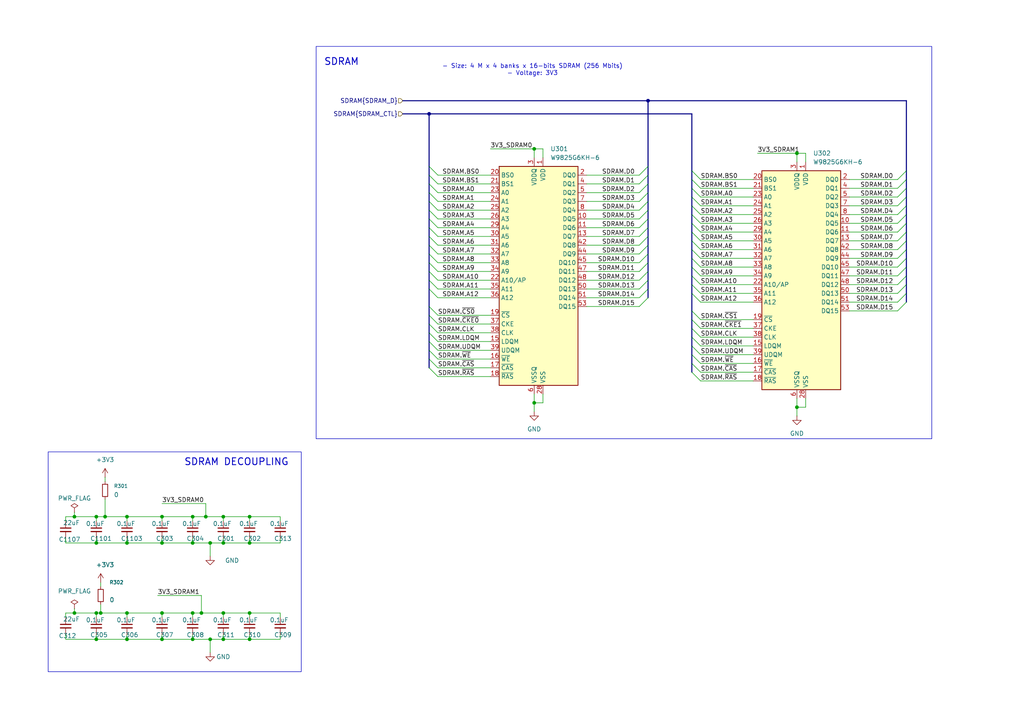
<source format=kicad_sch>
(kicad_sch (version 20250114) (generator "eeschema") (generator_version "9.0")
  (paper "A4")
  (lib_symbols
    (symbol "Device:C_Small" (pin_numbers (hide yes)) (pin_names (offset 0.254) (hide yes))
      (property "Reference" "C" (at 0.254 1.778 0))
      (property "Value" "C_Small" (at 0.254 -2.032 0))
      (symbol "C_Small_0_1"
        (polyline (pts (xy -1.524 0.508) (xy 1.524 0.508)) (stroke (width 0.3048)))
        (polyline (pts (xy -1.524 -0.508) (xy 1.524 -0.508)) (stroke (width 0.3302)))
      )
      (symbol "C_Small_1_1"
        (pin passive line (at 0 2.54 270) (length 2.032) (name "~") (number "1"))
        (pin passive line (at 0 -2.54 90) (length 2.032) (name "~") (number "2"))
      )
    )
    (symbol "Device:R_Small" (pin_numbers (hide yes)) (pin_names (offset 0.254) (hide yes))
      (property "Reference" "R" (at 0 0 90))
      (property "Value" "R_Small" (at 1.778 0 90))
      (symbol "R_Small_0_1"
        (rectangle (start -0.762 1.778) (end 0.762 -1.778) (stroke (width 0.2032)))
      )
      (symbol "R_Small_1_1"
        (pin passive line (at 0 2.54 270) (length 0.762) (name "~") (number "1"))
        (pin passive line (at 0 -2.54 90) (length 0.762) (name "~") (number "2"))
      )
    )
    (symbol "iw-memory:W9825G6KH-6"
      (property "Reference" "U" (at -10.16 31.75 0))
      (property "Value" "W9825G6KH-6" (at -10.16 -35.56 0))
      (symbol "W9825G6KH-6_1_1"
        (rectangle (start -10.16 30.48) (end 12.7 -33.02) (stroke (width 0.254)) (fill (type background)))
        (pin input line (at -12.7 27.94 0) (length 2.54) (name "BS0") (number "20"))
        (pin input line (at -12.7 25.4 0) (length 2.54) (name "BS1") (number "21"))
        (pin input line (at -12.7 22.86 0) (length 2.54) (name "A0") (number "23"))
        (pin input line (at -12.7 20.32 0) (length 2.54) (name "A1") (number "24"))
        (pin input line (at -12.7 17.78 0) (length 2.54) (name "A2") (number "25"))
        (pin input line (at -12.7 15.24 0) (length 2.54) (name "A3") (number "26"))
        (pin input line (at -12.7 12.7 0) (length 2.54) (name "A4") (number "29"))
        (pin input line (at -12.7 10.16 0) (length 2.54) (name "A5") (number "30"))
        (pin input line (at -12.7 7.62 0) (length 2.54) (name "A6") (number "31"))
        (pin input line (at -12.7 5.08 0) (length 2.54) (name "A7") (number "32"))
        (pin input line (at -12.7 2.54 0) (length 2.54) (name "A8") (number "33"))
        (pin input line (at -12.7 0 0) (length 2.54) (name "A9") (number "34"))
        (pin input line (at -12.7 -2.54 0) (length 2.54) (name "A10/AP") (number "22"))
        (pin input line (at -12.7 -5.08 0) (length 2.54) (name "A11") (number "35"))
        (pin input line (at -12.7 -7.62 0) (length 2.54) (name "A12") (number "36"))
        (pin input line (at -12.7 -12.7 0) (length 2.54) (name "~{CS}") (number "19"))
        (pin input line (at -12.7 -15.24 0) (length 2.54) (name "CKE") (number "37"))
        (pin input line (at -12.7 -17.78 0) (length 2.54) (name "CLK") (number "38"))
        (pin input line (at -12.7 -20.32 0) (length 2.54) (name "LDQM") (number "15"))
        (pin input line (at -12.7 -22.86 0) (length 2.54) (name "UDQM") (number "39"))
        (pin input line (at -12.7 -25.4 0) (length 2.54) (name "~{WE}") (number "16"))
        (pin input line (at -12.7 -27.94 0) (length 2.54) (name "~{CAS}") (number "17"))
        (pin input line (at -12.7 -30.48 0) (length 2.54) (name "~{RAS}") (number "18"))
        (pin power_in line (at 0 33.02 270) (length 2.54) (name "VDDQ") (number "3"))
        (pin passive line (at 0 33.02 270) (length 2.54) (hide yes) (name "VDDQ") (number "43"))
        (pin passive line (at 0 33.02 270) (length 2.54) (hide yes) (name "VDDQ") (number "49"))
        (pin passive line (at 0 33.02 270) (length 2.54) (hide yes) (name "VDDQ") (number "9"))
        (pin passive line (at 0 -35.56 90) (length 2.54) (hide yes) (name "VSSQ") (number "12"))
        (pin passive line (at 0 -35.56 90) (length 2.54) (hide yes) (name "VSSQ") (number "46"))
        (pin passive line (at 0 -35.56 90) (length 2.54) (hide yes) (name "VSSQ") (number "52"))
        (pin power_in line (at 0 -35.56 90) (length 2.54) (name "VSSQ") (number "6"))
        (pin power_in line (at 2.54 33.02 270) (length 2.54) (name "VDD") (number "1"))
        (pin passive line (at 2.54 33.02 270) (length 2.54) (hide yes) (name "VDD") (number "14"))
        (pin passive line (at 2.54 33.02 270) (length 2.54) (hide yes) (name "VDD") (number "27"))
        (pin power_in line (at 2.54 -35.56 90) (length 2.54) (name "VSS") (number "28"))
        (pin passive line (at 2.54 -35.56 90) (length 2.54) (hide yes) (name "VSS") (number "41"))
        (pin passive line (at 2.54 -35.56 90) (length 2.54) (hide yes) (name "VSS") (number "54"))
        (pin no_connect line (at 12.7 -17.78 180) (length 2.54) (hide yes) (name "NC") (number "40"))
        (pin bidirectional line (at 15.24 27.94 180) (length 2.54) (name "DQ0") (number "2"))
        (pin bidirectional line (at 15.24 25.4 180) (length 2.54) (name "DQ1") (number "4"))
        (pin bidirectional line (at 15.24 22.86 180) (length 2.54) (name "DQ2") (number "5"))
        (pin bidirectional line (at 15.24 20.32 180) (length 2.54) (name "DQ3") (number "7"))
        (pin bidirectional line (at 15.24 17.78 180) (length 2.54) (name "DQ4") (number "8"))
        (pin bidirectional line (at 15.24 15.24 180) (length 2.54) (name "DQ5") (number "10"))
        (pin bidirectional line (at 15.24 12.7 180) (length 2.54) (name "DQ6") (number "11"))
        (pin bidirectional line (at 15.24 10.16 180) (length 2.54) (name "DQ7") (number "13"))
        (pin bidirectional line (at 15.24 7.62 180) (length 2.54) (name "DQ8") (number "42"))
        (pin bidirectional line (at 15.24 5.08 180) (length 2.54) (name "DQ9") (number "44"))
        (pin bidirectional line (at 15.24 2.54 180) (length 2.54) (name "DQ10") (number "45"))
        (pin bidirectional line (at 15.24 0 180) (length 2.54) (name "DQ11") (number "47"))
        (pin bidirectional line (at 15.24 -2.54 180) (length 2.54) (name "DQ12") (number "48"))
        (pin bidirectional line (at 15.24 -5.08 180) (length 2.54) (name "DQ13") (number "50"))
        (pin bidirectional line (at 15.24 -7.62 180) (length 2.54) (name "DQ14") (number "51"))
        (pin bidirectional line (at 15.24 -10.16 180) (length 2.54) (name "DQ15") (number "53"))
      )
    )
    (symbol "power:+3V3" (power) (pin_numbers (hide yes)) (pin_names (offset 0) (hide yes))
      (property "Value" "+3V3" (at 0 3.556 0))
      (symbol "+3V3_0_1"
        (polyline (pts (xy -0.762 1.27) (xy 0 2.54)))
        (polyline (pts (xy 0 2.54) (xy 0.762 1.27)))
        (polyline (pts (xy 0 0) (xy 0 2.54)))
      )
      (symbol "+3V3_1_1"
        (pin power_in line (at 0 0 90) (length 0) (name "~") (number "1"))
      )
    )
    (symbol "power:GND" (power) (pin_numbers (hide yes)) (pin_names (offset 0) (hide yes))
      (property "Value" "GND" (at 0 -3.81 0))
      (symbol "GND_0_1"
        (polyline (pts (xy 0 0) (xy 0 -1.27) (xy 1.27 -1.27) (xy 0 -2.54) (xy -1.27 -1.27) (xy 0 -1.27)))
      )
      (symbol "GND_1_1"
        (pin power_in line (at 0 0 270) (length 0) (name "~") (number "1"))
      )
    )
    (symbol "power:PWR_FLAG" (power) (pin_numbers (hide yes)) (pin_names (offset 0) (hide yes))
      (property "Value" "PWR_FLAG" (at 0 3.81 0))
      (symbol "PWR_FLAG_0_0"
        (pin power_out line (at 0 0 90) (length 0) (name "~") (number "1"))
      )
      (symbol "PWR_FLAG_0_1"
        (polyline (pts (xy 0 0) (xy 0 1.27) (xy -1.016 1.905) (xy 0 2.54) (xy 1.016 1.905) (xy 0 1.27)))
      )
    )
  )
  (bus_alias "FLASH_MSPI" (members "D[0..3]" "CSn" "CSPPIn1" "CSPPIn2" "MCLK"))
  (bus_alias "FPGA_ADC" (members "D[0..9]" "OTR" "CLK"))
  (bus_alias "JTAG" (members "TMS" "TCK" "TDI" "TDO"))
  (bus_alias "PMOD_IO" (members "IO[1..12]"))
  (bus_alias "PSSI" (members "PDCK" "D[0..15]" "DE" "RDY"))
  (bus_alias "RGMII_MDIO" (members "DATA" "CLK"))
  (bus_alias "RGMII_RX" (members "CTL" "D[0..3]" "CLK"))
  (bus_alias "RGMII_TX" (members "CTL" "D[0..3]" "CLK"))
  (bus_alias "SDRAM_CTL" (members "A[12..0]" "~{CS[0..1]}" "~{CKE[0..1]}" "CLK" "LDQM" "UDQM" "~{WE}" "~{CAS}" "~{RAS}" "BS[0..1]"))
  (bus_alias "SDRAM_D" (members "D[15..0]"))
  (bus_alias "SIGCON" (members "IO[0..12]"))
  (rectangle (start 13.97 131.064) (end 87.376 194.818))
  (rectangle (start 91.694 13.462) (end 270.256 127.254))
  (text "SDRAM DECOUPLING" (at 68.58 134.112 0) (effects (font (size 2 2) (thickness 0.254) (bold yes))))
  (text "SDRAM" (at 99.06 18.034 0) (effects (font (size 2 2) (thickness 0.254) (bold yes))))
  (text "- Size: 4 M x 4 banks x 16-bits SDRAM (256 Mbits)\n- Voltage: 3V3" (at 154.432 20.32 0) (effects (font (size 1.27 1.27))))
  (junction (at 58.42 177.8))
  (junction (at 187.96 29.21))
  (junction (at 59.69 149.86))
  (junction (at 46.99 177.8))
  (junction (at 60.96 157.48))
  (junction (at 27.94 177.8))
  (junction (at 64.77 157.48))
  (junction (at 231.14 44.45))
  (junction (at 27.94 185.42))
  (junction (at 55.88 177.8))
  (junction (at 36.83 177.8))
  (junction (at 64.77 177.8))
  (junction (at 72.39 149.86))
  (junction (at 21.59 149.86))
  (junction (at 55.88 157.48))
  (junction (at 27.94 157.48))
  (junction (at 29.21 177.8))
  (junction (at 64.77 185.42))
  (junction (at 55.88 185.42))
  (junction (at 36.83 157.48))
  (junction (at 64.77 149.86))
  (junction (at 30.48 149.86))
  (junction (at 36.83 185.42))
  (junction (at 231.14 118.11))
  (junction (at 154.94 116.84))
  (junction (at 124.46 33.02))
  (junction (at 46.99 149.86))
  (junction (at 36.83 149.86))
  (junction (at 46.99 157.48))
  (junction (at 27.94 149.86))
  (junction (at 55.88 149.86))
  (junction (at 72.39 185.42))
  (junction (at 72.39 177.8))
  (junction (at 72.39 157.48))
  (junction (at 60.96 185.42))
  (junction (at 46.99 185.42))
  (junction (at 154.94 43.18))
  (junction (at 21.59 177.8))
  (bus_entry (at 187.96 53.34) (size -2.54 2.54))
  (bus_entry (at 200.66 49.53) (size 2.54 2.54))
  (bus_entry (at 124.46 106.68) (size 2.54 2.54))
  (bus_entry (at 187.96 48.26) (size -2.54 2.54))
  (bus_entry (at 124.46 83.82) (size 2.54 2.54))
  (bus_entry (at 124.46 66.04) (size 2.54 2.54))
  (bus_entry (at 262.89 77.47) (size -2.54 2.54))
  (bus_entry (at 187.96 86.36) (size -2.54 2.54))
  (bus_entry (at 262.89 67.31) (size -2.54 2.54))
  (bus_entry (at 262.89 72.39) (size -2.54 2.54))
  (bus_entry (at 200.66 97.79) (size 2.54 2.54))
  (bus_entry (at 262.89 85.09) (size -2.54 2.54))
  (bus_entry (at 187.96 81.28) (size -2.54 2.54))
  (bus_entry (at 124.46 76.2) (size 2.54 2.54))
  (bus_entry (at 124.46 93.98) (size 2.54 2.54))
  (bus_entry (at 124.46 78.74) (size 2.54 2.54))
  (bus_entry (at 200.66 62.23) (size 2.54 2.54))
  (bus_entry (at 187.96 78.74) (size -2.54 2.54))
  (bus_entry (at 200.66 102.87) (size 2.54 2.54))
  (bus_entry (at 262.89 52.07) (size -2.54 2.54))
  (bus_entry (at 124.46 48.26) (size 2.54 2.54))
  (bus_entry (at 124.46 63.5) (size 2.54 2.54))
  (bus_entry (at 124.46 53.34) (size 2.54 2.54))
  (bus_entry (at 187.96 73.66) (size -2.54 2.54))
  (bus_entry (at 262.89 49.53) (size -2.54 2.54))
  (bus_entry (at 200.66 52.07) (size 2.54 2.54))
  (bus_entry (at 124.46 71.12) (size 2.54 2.54))
  (bus_entry (at 124.46 88.9) (size 2.54 2.54))
  (bus_entry (at 200.66 54.61) (size 2.54 2.54))
  (bus_entry (at 187.96 71.12) (size -2.54 2.54))
  (bus_entry (at 262.89 87.63) (size -2.54 2.54))
  (bus_entry (at 262.89 54.61) (size -2.54 2.54))
  (bus_entry (at 200.66 85.09) (size 2.54 2.54))
  (bus_entry (at 200.66 90.17) (size 2.54 2.54))
  (bus_entry (at 200.66 82.55) (size 2.54 2.54))
  (bus_entry (at 200.66 59.69) (size 2.54 2.54))
  (bus_entry (at 262.89 69.85) (size -2.54 2.54))
  (bus_entry (at 200.66 64.77) (size 2.54 2.54))
  (bus_entry (at 262.89 62.23) (size -2.54 2.54))
  (bus_entry (at 187.96 68.58) (size -2.54 2.54))
  (bus_entry (at 200.66 80.01) (size 2.54 2.54))
  (bus_entry (at 200.66 69.85) (size 2.54 2.54))
  (bus_entry (at 262.89 57.15) (size -2.54 2.54))
  (bus_entry (at 262.89 82.55) (size -2.54 2.54))
  (bus_entry (at 187.96 58.42) (size -2.54 2.54))
  (bus_entry (at 262.89 59.69) (size -2.54 2.54))
  (bus_entry (at 124.46 68.58) (size 2.54 2.54))
  (bus_entry (at 187.96 83.82) (size -2.54 2.54))
  (bus_entry (at 200.66 72.39) (size 2.54 2.54))
  (bus_entry (at 124.46 60.96) (size 2.54 2.54))
  (bus_entry (at 200.66 100.33) (size 2.54 2.54))
  (bus_entry (at 262.89 74.93) (size -2.54 2.54))
  (bus_entry (at 187.96 63.5) (size -2.54 2.54))
  (bus_entry (at 124.46 99.06) (size 2.54 2.54))
  (bus_entry (at 124.46 55.88) (size 2.54 2.54))
  (bus_entry (at 200.66 77.47) (size 2.54 2.54))
  (bus_entry (at 124.46 104.14) (size 2.54 2.54))
  (bus_entry (at 262.89 64.77) (size -2.54 2.54))
  (bus_entry (at 200.66 105.41) (size 2.54 2.54))
  (bus_entry (at 187.96 60.96) (size -2.54 2.54))
  (bus_entry (at 124.46 81.28) (size 2.54 2.54))
  (bus_entry (at 187.96 55.88) (size -2.54 2.54))
  (bus_entry (at 200.66 92.71) (size 2.54 2.54))
  (bus_entry (at 200.66 57.15) (size 2.54 2.54))
  (bus_entry (at 124.46 50.8) (size 2.54 2.54))
  (bus_entry (at 124.46 73.66) (size 2.54 2.54))
  (bus_entry (at 124.46 101.6) (size 2.54 2.54))
  (bus_entry (at 200.66 107.95) (size 2.54 2.54))
  (bus_entry (at 200.66 95.25) (size 2.54 2.54))
  (bus_entry (at 187.96 50.8) (size -2.54 2.54))
  (bus_entry (at 200.66 74.93) (size 2.54 2.54))
  (bus_entry (at 187.96 76.2) (size -2.54 2.54))
  (bus_entry (at 187.96 66.04) (size -2.54 2.54))
  (bus_entry (at 200.66 67.31) (size 2.54 2.54))
  (bus_entry (at 124.46 96.52) (size 2.54 2.54))
  (bus_entry (at 262.89 80.01) (size -2.54 2.54))
  (bus_entry (at 124.46 91.44) (size 2.54 2.54))
  (bus_entry (at 124.46 58.42) (size 2.54 2.54))
  (wire (pts (xy 55.88 185.42) (xy 60.96 185.42)))
  (wire (pts (xy 203.2 107.95) (xy 218.44 107.95)))
  (wire (pts (xy 27.94 149.86) (xy 30.48 149.86)))
  (wire (pts (xy 203.2 62.23) (xy 218.44 62.23)))
  (wire (pts (xy 127 91.44) (xy 142.24 91.44)))
  (bus (pts (xy 262.89 77.47) (xy 262.89 80.01)))
  (bus (pts (xy 187.96 60.96) (xy 187.96 63.5)))
  (wire (pts (xy 81.28 179.07) (xy 81.28 177.8)))
  (wire (pts (xy 154.94 116.84) (xy 154.94 114.3)))
  (bus (pts (xy 124.46 99.06) (xy 124.46 101.6)))
  (wire (pts (xy 203.2 77.47) (xy 218.44 77.47)))
  (wire (pts (xy 19.05 177.8) (xy 19.05 179.07)))
  (bus (pts (xy 116.84 33.02) (xy 124.46 33.02)))
  (wire (pts (xy 127 73.66) (xy 142.24 73.66)))
  (wire (pts (xy 246.38 85.09) (xy 260.35 85.09)))
  (wire (pts (xy 64.77 177.8) (xy 72.39 177.8)))
  (wire (pts (xy 58.42 172.72) (xy 45.72 172.72)))
  (wire (pts (xy 233.68 115.57) (xy 233.68 118.11)))
  (bus (pts (xy 124.46 83.82) (xy 124.46 88.9)))
  (wire (pts (xy 203.2 97.79) (xy 218.44 97.79)))
  (wire (pts (xy 127 81.28) (xy 142.24 81.28)))
  (wire (pts (xy 203.2 82.55) (xy 218.44 82.55)))
  (bus (pts (xy 187.96 71.12) (xy 187.96 73.66)))
  (wire (pts (xy 170.18 63.5) (xy 185.42 63.5)))
  (wire (pts (xy 27.94 156.21) (xy 27.94 157.48)))
  (bus (pts (xy 200.66 59.69) (xy 200.66 62.23)))
  (bus (pts (xy 124.46 71.12) (xy 124.46 73.66)))
  (wire (pts (xy 59.69 149.86) (xy 64.77 149.86)))
  (wire (pts (xy 19.05 149.86) (xy 19.05 151.13)))
  (bus (pts (xy 200.66 92.71) (xy 200.66 95.25)))
  (bus (pts (xy 200.66 82.55) (xy 200.66 85.09)))
  (wire (pts (xy 203.2 100.33) (xy 218.44 100.33)))
  (wire (pts (xy 127 55.88) (xy 142.24 55.88)))
  (wire (pts (xy 170.18 88.9) (xy 185.42 88.9)))
  (wire (pts (xy 127 96.52) (xy 142.24 96.52)))
  (wire (pts (xy 246.38 82.55) (xy 260.35 82.55)))
  (bus (pts (xy 187.96 48.26) (xy 187.96 50.8)))
  (bus (pts (xy 200.66 62.23) (xy 200.66 64.77)))
  (wire (pts (xy 203.2 57.15) (xy 218.44 57.15)))
  (wire (pts (xy 36.83 185.42) (xy 27.94 185.42)))
  (wire (pts (xy 27.94 177.8) (xy 27.94 179.07)))
  (wire (pts (xy 246.38 57.15) (xy 260.35 57.15)))
  (wire (pts (xy 64.77 149.86) (xy 72.39 149.86)))
  (wire (pts (xy 154.94 43.18) (xy 157.48 43.18)))
  (bus (pts (xy 262.89 52.07) (xy 262.89 54.61)))
  (wire (pts (xy 127 93.98) (xy 142.24 93.98)))
  (wire (pts (xy 60.96 185.42) (xy 64.77 185.42)))
  (wire (pts (xy 72.39 179.07) (xy 72.39 177.8)))
  (wire (pts (xy 36.83 177.8) (xy 36.83 179.07)))
  (wire (pts (xy 170.18 50.8) (xy 185.42 50.8)))
  (bus (pts (xy 124.46 96.52) (xy 124.46 99.06)))
  (bus (pts (xy 124.46 88.9) (xy 124.46 91.44)))
  (wire (pts (xy 36.83 157.48) (xy 46.99 157.48)))
  (bus (pts (xy 262.89 64.77) (xy 262.89 67.31)))
  (wire (pts (xy 19.05 177.8) (xy 21.59 177.8)))
  (wire (pts (xy 21.59 176.53) (xy 21.59 177.8)))
  (bus (pts (xy 187.96 50.8) (xy 187.96 53.34)))
  (wire (pts (xy 203.2 67.31) (xy 218.44 67.31)))
  (wire (pts (xy 72.39 151.13) (xy 72.39 149.86)))
  (wire (pts (xy 55.88 185.42) (xy 46.99 185.42)))
  (wire (pts (xy 46.99 184.15) (xy 46.99 185.42)))
  (bus (pts (xy 187.96 68.58) (xy 187.96 71.12)))
  (wire (pts (xy 203.2 85.09) (xy 218.44 85.09)))
  (bus (pts (xy 262.89 59.69) (xy 262.89 62.23)))
  (bus (pts (xy 124.46 78.74) (xy 124.46 81.28)))
  (wire (pts (xy 203.2 105.41) (xy 218.44 105.41)))
  (wire (pts (xy 30.48 144.78) (xy 30.48 149.86)))
  (wire (pts (xy 72.39 177.8) (xy 81.28 177.8)))
  (bus (pts (xy 262.89 69.85) (xy 262.89 72.39)))
  (bus (pts (xy 187.96 76.2) (xy 187.96 78.74)))
  (wire (pts (xy 21.59 149.86) (xy 27.94 149.86)))
  (bus (pts (xy 124.46 33.02) (xy 124.46 48.26)))
  (wire (pts (xy 36.83 184.15) (xy 36.83 185.42)))
  (wire (pts (xy 127 76.2) (xy 142.24 76.2)))
  (wire (pts (xy 246.38 59.69) (xy 260.35 59.69)))
  (wire (pts (xy 72.39 185.42) (xy 81.28 185.42)))
  (wire (pts (xy 203.2 110.49) (xy 218.44 110.49)))
  (bus (pts (xy 262.89 67.31) (xy 262.89 69.85)))
  (bus (pts (xy 200.66 64.77) (xy 200.66 67.31)))
  (wire (pts (xy 64.77 157.48) (xy 72.39 157.48)))
  (wire (pts (xy 203.2 72.39) (xy 218.44 72.39)))
  (wire (pts (xy 19.05 185.42) (xy 19.05 184.15)))
  (wire (pts (xy 72.39 156.21) (xy 72.39 157.48)))
  (wire (pts (xy 55.88 157.48) (xy 46.99 157.48)))
  (bus (pts (xy 124.46 81.28) (xy 124.46 83.82)))
  (bus (pts (xy 124.46 76.2) (xy 124.46 78.74)))
  (bus (pts (xy 200.66 95.25) (xy 200.66 97.79)))
  (wire (pts (xy 170.18 58.42) (xy 185.42 58.42)))
  (wire (pts (xy 203.2 59.69) (xy 218.44 59.69)))
  (wire (pts (xy 29.21 175.26) (xy 29.21 177.8)))
  (bus (pts (xy 124.46 50.8) (xy 124.46 53.34)))
  (wire (pts (xy 246.38 90.17) (xy 260.35 90.17)))
  (wire (pts (xy 127 101.6) (xy 142.24 101.6)))
  (wire (pts (xy 30.48 138.43) (xy 30.48 139.7)))
  (wire (pts (xy 170.18 73.66) (xy 185.42 73.66)))
  (wire (pts (xy 170.18 66.04) (xy 185.42 66.04)))
  (bus (pts (xy 200.66 77.47) (xy 200.66 80.01)))
  (bus (pts (xy 187.96 53.34) (xy 187.96 55.88)))
  (wire (pts (xy 127 63.5) (xy 142.24 63.5)))
  (wire (pts (xy 246.38 74.93) (xy 260.35 74.93)))
  (bus (pts (xy 200.66 57.15) (xy 200.66 59.69)))
  (bus (pts (xy 187.96 29.21) (xy 187.96 48.26)))
  (wire (pts (xy 246.38 77.47) (xy 260.35 77.47)))
  (wire (pts (xy 246.38 67.31) (xy 260.35 67.31)))
  (bus (pts (xy 262.89 72.39) (xy 262.89 74.93)))
  (wire (pts (xy 203.2 52.07) (xy 218.44 52.07)))
  (wire (pts (xy 246.38 80.01) (xy 260.35 80.01)))
  (bus (pts (xy 262.89 49.53) (xy 262.89 52.07)))
  (wire (pts (xy 231.14 44.45) (xy 233.68 44.45)))
  (wire (pts (xy 127 109.22) (xy 142.24 109.22)))
  (wire (pts (xy 59.69 146.05) (xy 59.69 149.86)))
  (wire (pts (xy 170.18 78.74) (xy 185.42 78.74)))
  (bus (pts (xy 124.46 58.42) (xy 124.46 60.96)))
  (wire (pts (xy 27.94 149.86) (xy 27.94 151.13)))
  (wire (pts (xy 72.39 157.48) (xy 81.28 157.48)))
  (bus (pts (xy 262.89 85.09) (xy 262.89 87.63)))
  (wire (pts (xy 36.83 156.21) (xy 36.83 157.48)))
  (wire (pts (xy 246.38 72.39) (xy 260.35 72.39)))
  (wire (pts (xy 46.99 156.21) (xy 46.99 157.48)))
  (bus (pts (xy 200.66 33.02) (xy 200.66 49.53)))
  (bus (pts (xy 124.46 73.66) (xy 124.46 76.2)))
  (bus (pts (xy 187.96 83.82) (xy 187.96 86.36)))
  (bus (pts (xy 187.96 55.88) (xy 187.96 58.42)))
  (bus (pts (xy 187.96 81.28) (xy 187.96 83.82)))
  (wire (pts (xy 30.48 149.86) (xy 36.83 149.86)))
  (wire (pts (xy 157.48 114.3) (xy 157.48 116.84)))
  (wire (pts (xy 233.68 44.45) (xy 233.68 46.99)))
  (bus (pts (xy 262.89 80.01) (xy 262.89 82.55)))
  (bus (pts (xy 124.46 101.6) (xy 124.46 104.14)))
  (wire (pts (xy 72.39 149.86) (xy 81.28 149.86)))
  (wire (pts (xy 127 78.74) (xy 142.24 78.74)))
  (bus (pts (xy 200.66 67.31) (xy 200.66 69.85)))
  (wire (pts (xy 60.96 157.48) (xy 64.77 157.48)))
  (wire (pts (xy 81.28 151.13) (xy 81.28 149.86)))
  (wire (pts (xy 127 83.82) (xy 142.24 83.82)))
  (bus (pts (xy 124.46 104.14) (xy 124.46 106.68)))
  (wire (pts (xy 127 104.14) (xy 142.24 104.14)))
  (wire (pts (xy 21.59 177.8) (xy 27.94 177.8)))
  (wire (pts (xy 36.83 177.8) (xy 46.99 177.8)))
  (wire (pts (xy 21.59 148.59) (xy 21.59 149.86)))
  (bus (pts (xy 124.46 68.58) (xy 124.46 71.12)))
  (wire (pts (xy 219.71 44.45) (xy 231.14 44.45)))
  (wire (pts (xy 154.94 43.18) (xy 154.94 45.72)))
  (wire (pts (xy 64.77 185.42) (xy 64.77 184.15)))
  (wire (pts (xy 59.69 149.86) (xy 55.88 149.86)))
  (wire (pts (xy 203.2 95.25) (xy 218.44 95.25)))
  (bus (pts (xy 124.46 91.44) (xy 124.46 93.98)))
  (wire (pts (xy 46.99 177.8) (xy 55.88 177.8)))
  (wire (pts (xy 64.77 179.07) (xy 64.77 177.8)))
  (bus (pts (xy 262.89 29.21) (xy 187.96 29.21)))
  (bus (pts (xy 200.66 52.07) (xy 200.66 54.61)))
  (bus (pts (xy 200.66 102.87) (xy 200.66 105.41)))
  (wire (pts (xy 27.94 157.48) (xy 19.05 157.48)))
  (wire (pts (xy 170.18 68.58) (xy 185.42 68.58)))
  (wire (pts (xy 81.28 156.21) (xy 81.28 157.48)))
  (wire (pts (xy 27.94 185.42) (xy 19.05 185.42)))
  (wire (pts (xy 154.94 116.84) (xy 157.48 116.84)))
  (wire (pts (xy 246.38 54.61) (xy 260.35 54.61)))
  (bus (pts (xy 200.66 72.39) (xy 200.66 74.93)))
  (wire (pts (xy 246.38 64.77) (xy 260.35 64.77)))
  (wire (pts (xy 170.18 60.96) (xy 185.42 60.96)))
  (bus (pts (xy 200.66 49.53) (xy 200.66 52.07)))
  (bus (pts (xy 262.89 62.23) (xy 262.89 64.77)))
  (wire (pts (xy 231.14 44.45) (xy 231.14 46.99)))
  (wire (pts (xy 81.28 184.15) (xy 81.28 185.42)))
  (wire (pts (xy 64.77 185.42) (xy 72.39 185.42)))
  (bus (pts (xy 200.66 100.33) (xy 200.66 102.87)))
  (bus (pts (xy 200.66 74.93) (xy 200.66 77.47)))
  (wire (pts (xy 203.2 64.77) (xy 218.44 64.77)))
  (wire (pts (xy 127 53.34) (xy 142.24 53.34)))
  (wire (pts (xy 59.69 146.05) (xy 46.99 146.05)))
  (wire (pts (xy 127 99.06) (xy 142.24 99.06)))
  (bus (pts (xy 262.89 29.21) (xy 262.89 49.53)))
  (bus (pts (xy 124.46 63.5) (xy 124.46 66.04)))
  (bus (pts (xy 187.96 78.74) (xy 187.96 81.28)))
  (wire (pts (xy 60.96 189.23) (xy 60.96 185.42)))
  (wire (pts (xy 19.05 149.86) (xy 21.59 149.86)))
  (wire (pts (xy 36.83 185.42) (xy 46.99 185.42)))
  (bus (pts (xy 124.46 33.02) (xy 200.66 33.02)))
  (bus (pts (xy 187.96 66.04) (xy 187.96 68.58)))
  (wire (pts (xy 246.38 62.23) (xy 260.35 62.23)))
  (bus (pts (xy 124.46 53.34) (xy 124.46 55.88)))
  (wire (pts (xy 58.42 172.72) (xy 58.42 177.8)))
  (wire (pts (xy 157.48 43.18) (xy 157.48 45.72)))
  (wire (pts (xy 142.24 43.18) (xy 154.94 43.18)))
  (wire (pts (xy 46.99 177.8) (xy 46.99 179.07)))
  (bus (pts (xy 200.66 97.79) (xy 200.66 100.33)))
  (wire (pts (xy 246.38 87.63) (xy 260.35 87.63)))
  (bus (pts (xy 124.46 60.96) (xy 124.46 63.5)))
  (wire (pts (xy 127 58.42) (xy 142.24 58.42)))
  (wire (pts (xy 55.88 179.07) (xy 55.88 177.8)))
  (wire (pts (xy 46.99 149.86) (xy 46.99 151.13)))
  (wire (pts (xy 64.77 151.13) (xy 64.77 149.86)))
  (wire (pts (xy 58.42 177.8) (xy 64.77 177.8)))
  (bus (pts (xy 262.89 57.15) (xy 262.89 59.69)))
  (wire (pts (xy 203.2 74.93) (xy 218.44 74.93)))
  (wire (pts (xy 55.88 157.48) (xy 60.96 157.48)))
  (bus (pts (xy 262.89 74.93) (xy 262.89 77.47)))
  (wire (pts (xy 127 68.58) (xy 142.24 68.58)))
  (wire (pts (xy 29.21 177.8) (xy 36.83 177.8)))
  (bus (pts (xy 200.66 90.17) (xy 200.66 92.71)))
  (wire (pts (xy 19.05 157.48) (xy 19.05 156.21)))
  (bus (pts (xy 124.46 48.26) (xy 124.46 50.8)))
  (wire (pts (xy 231.14 115.57) (xy 231.14 118.11)))
  (wire (pts (xy 127 106.68) (xy 142.24 106.68)))
  (wire (pts (xy 231.14 120.65) (xy 231.14 118.11)))
  (wire (pts (xy 170.18 83.82) (xy 185.42 83.82)))
  (wire (pts (xy 127 66.04) (xy 142.24 66.04)))
  (bus (pts (xy 116.84 29.21) (xy 187.96 29.21)))
  (wire (pts (xy 203.2 87.63) (xy 218.44 87.63)))
  (wire (pts (xy 29.21 168.91) (xy 29.21 170.18)))
  (wire (pts (xy 170.18 86.36) (xy 185.42 86.36)))
  (wire (pts (xy 246.38 69.85) (xy 260.35 69.85)))
  (wire (pts (xy 170.18 55.88) (xy 185.42 55.88)))
  (bus (pts (xy 200.66 80.01) (xy 200.66 82.55)))
  (bus (pts (xy 200.66 85.09) (xy 200.66 90.17)))
  (wire (pts (xy 231.14 118.11) (xy 233.68 118.11)))
  (wire (pts (xy 127 86.36) (xy 142.24 86.36)))
  (wire (pts (xy 127 50.8) (xy 142.24 50.8)))
  (wire (pts (xy 55.88 151.13) (xy 55.88 149.86)))
  (wire (pts (xy 64.77 157.48) (xy 64.77 156.21)))
  (wire (pts (xy 127 71.12) (xy 142.24 71.12)))
  (bus (pts (xy 262.89 82.55) (xy 262.89 85.09)))
  (wire (pts (xy 72.39 184.15) (xy 72.39 185.42)))
  (wire (pts (xy 58.42 177.8) (xy 55.88 177.8)))
  (bus (pts (xy 124.46 93.98) (xy 124.46 96.52)))
  (wire (pts (xy 246.38 52.07) (xy 260.35 52.07)))
  (wire (pts (xy 36.83 149.86) (xy 36.83 151.13)))
  (wire (pts (xy 203.2 80.01) (xy 218.44 80.01)))
  (wire (pts (xy 36.83 149.86) (xy 46.99 149.86)))
  (wire (pts (xy 170.18 71.12) (xy 185.42 71.12)))
  (wire (pts (xy 27.94 184.15) (xy 27.94 185.42)))
  (wire (pts (xy 46.99 149.86) (xy 55.88 149.86)))
  (wire (pts (xy 154.94 119.38) (xy 154.94 116.84)))
  (bus (pts (xy 187.96 58.42) (xy 187.96 60.96)))
  (bus (pts (xy 200.66 69.85) (xy 200.66 72.39)))
  (wire (pts (xy 203.2 54.61) (xy 218.44 54.61)))
  (bus (pts (xy 200.66 105.41) (xy 200.66 107.95)))
  (wire (pts (xy 203.2 102.87) (xy 218.44 102.87)))
  (wire (pts (xy 203.2 69.85) (xy 218.44 69.85)))
  (bus (pts (xy 187.96 63.5) (xy 187.96 66.04)))
  (bus (pts (xy 262.89 54.61) (xy 262.89 57.15)))
  (bus (pts (xy 187.96 73.66) (xy 187.96 76.2)))
  (bus (pts (xy 124.46 55.88) (xy 124.46 58.42)))
  (bus (pts (xy 200.66 54.61) (xy 200.66 57.15)))
  (wire (pts (xy 170.18 81.28) (xy 185.42 81.28)))
  (wire (pts (xy 55.88 184.15) (xy 55.88 185.42)))
  (wire (pts (xy 170.18 53.34) (xy 185.42 53.34)))
  (wire (pts (xy 60.96 161.29) (xy 60.96 157.48)))
  (wire (pts (xy 170.18 76.2) (xy 185.42 76.2)))
  (wire (pts (xy 27.94 177.8) (xy 29.21 177.8)))
  (wire (pts (xy 55.88 156.21) (xy 55.88 157.48)))
  (wire (pts (xy 127 60.96) (xy 142.24 60.96)))
  (wire (pts (xy 203.2 92.71) (xy 218.44 92.71)))
  (wire (pts (xy 36.83 157.48) (xy 27.94 157.48)))
  (bus (pts (xy 124.46 66.04) (xy 124.46 68.58)))
  (label "SDRAM.UDQM" (at 127 101.6 0))
  (label "SDRAM.D11" (at 184.15 78.74 180))
  (label "SDRAM.D3" (at 184.15 58.42 180))
  (label "SDRAM.A8" (at 128.27 76.2 0))
  (label "SDRAM.D3" (at 259.08 59.69 180))
  (label "SDRAM.BS0" (at 128.27 50.8 0))
  (label "SDRAM.~{CAS}" (at 203.2 107.95 0))
  (label "SDRAM.UDQM" (at 203.2 102.87 0))
  (label "SDRAM.D2" (at 259.08 57.15 180))
  (label "SDRAM.A9" (at 128.27 78.74 0))
  (label "SDRAM.D9" (at 184.15 73.66 180))
  (label "SDRAM.D9" (at 259.08 74.93 180))
  (label "SDRAM.A11" (at 203.2 85.09 0))
  (label "SDRAM.~{WE}" (at 127 104.14 0))
  (label "SDRAM.A6" (at 203.2 72.39 0))
  (label "SDRAM.D14" (at 259.08 87.63 180))
  (label "SDRAM.A9" (at 203.2 80.01 0))
  (label "SDRAM.A4" (at 203.2 67.31 0))
  (label "SDRAM.D4" (at 259.08 62.23 180))
  (label "SDRAM.~{CAS}" (at 127 106.68 0))
  (label "SDRAM.A5" (at 203.2 69.85 0))
  (label "SDRAM.A5" (at 128.27 68.58 0))
  (label "SDRAM.A3" (at 128.27 63.5 0))
  (label "SDRAM.D10" (at 259.08 77.47 180))
  (label "SDRAM.A7" (at 203.2 74.93 0))
  (label "SDRAM.CLK" (at 203.2 97.79 0))
  (label "SDRAM.D13" (at 259.08 85.09 180))
  (label "SDRAM.A0" (at 203.2 57.15 0))
  (label "SDRAM.D0" (at 259.08 52.07 180))
  (label "SDRAM.D4" (at 184.15 60.96 180))
  (label "SDRAM.A3" (at 203.2 64.77 0))
  (label "3V3_SDRAM0" (at 46.99 146.05 0))
  (label "SDRAM.A10" (at 128.27 81.28 0))
  (label "SDRAM.D8" (at 184.15 71.12 180))
  (label "SDRAM.LDQM" (at 127 99.06 0))
  (label "SDRAM.D8" (at 259.08 72.39 180))
  (label "3V3_SDRAM0" (at 142.24 43.18 0))
  (label "SDRAM.~{RAS}" (at 127 109.22 0))
  (label "SDRAM.A4" (at 128.27 66.04 0))
  (label "SDRAM.~{CKE0}" (at 127 93.98 0))
  (label "SDRAM.D6" (at 259.08 67.31 180))
  (label "SDRAM.D1" (at 259.08 54.61 180))
  (label "SDRAM.~{CS1}" (at 203.2 92.71 0))
  (label "SDRAM.D15" (at 184.15 88.9 180))
  (label "SDRAM.A2" (at 128.27 60.96 0))
  (label "SDRAM.D6" (at 184.15 66.04 180))
  (label "SDRAM.~{WE}" (at 203.2 105.41 0))
  (label "SDRAM.D1" (at 184.15 53.34 180))
  (label "SDRAM.D12" (at 184.15 81.28 180))
  (label "SDRAM.A6" (at 128.27 71.12 0))
  (label "SDRAM.LDQM" (at 203.2 100.33 0))
  (label "SDRAM.D5" (at 259.08 64.77 180))
  (label "SDRAM.A12" (at 203.2 87.63 0))
  (label "SDRAM.~{RAS}" (at 203.2 110.49 0))
  (label "SDRAM.A0" (at 128.27 55.88 0))
  (label "SDRAM.A8" (at 203.2 77.47 0))
  (label "SDRAM.A7" (at 128.27 73.66 0))
  (label "SDRAM.A1" (at 128.27 58.42 0))
  (label "SDRAM.~{CKE1}" (at 203.2 95.25 0))
  (label "SDRAM.~{CS0}" (at 127 91.44 0))
  (label "SDRAM.BS1" (at 128.27 53.34 0))
  (label "SDRAM.D5" (at 184.15 63.5 180))
  (label "SDRAM.D0" (at 184.15 50.8 180))
  (label "3V3_SDRAM1" (at 45.72 172.72 0))
  (label "SDRAM.D7" (at 259.08 69.85 180))
  (label "SDRAM.A12" (at 128.27 86.36 0))
  (label "SDRAM.BS0" (at 203.2 52.07 0))
  (label "SDRAM.D11" (at 259.08 80.01 180))
  (label "SDRAM.D13" (at 184.15 83.82 180))
  (label "SDRAM.D7" (at 184.15 68.58 180))
  (label "SDRAM.D10" (at 184.15 76.2 180))
  (label "SDRAM.A2" (at 203.2 62.23 0))
  (label "SDRAM.BS1" (at 203.2 54.61 0))
  (label "SDRAM.A10" (at 203.2 82.55 0))
  (label "SDRAM.A11" (at 128.27 83.82 0))
  (label "SDRAM.D12" (at 259.08 82.55 180))
  (label "SDRAM.CLK" (at 127 96.52 0))
  (label "3V3_SDRAM1" (at 219.71 44.45 0))
  (label "SDRAM.D2" (at 184.15 55.88 180))
  (label "SDRAM.D15" (at 259.08 90.17 180))
  (label "SDRAM.A1" (at 203.2 59.69 0))
  (label "SDRAM.D14" (at 184.15 86.36 180))
  (hierarchical_label "SDRAM{SDRAM_D}" (shape input) (at 116.84 29.21 180))
  (hierarchical_label "SDRAM{SDRAM_CTL}" (shape input) (at 116.84 33.02 180))
  (symbol (lib_id "Device:R_Small") (at 29.21 172.72 180) (unit 1)
    (property "Reference" "R302" (at 31.75 168.9099 0) (effects (font (size 1.016 1.016)) (justify right)))
    (property "Value" "0" (at 31.75 173.9899 0) (effects (justify right)))
    (property "Footprint" "Resistor_SMD:R_0805_2012Metric_Pad1.20x1.40mm_HandSolder" (effects (hide yes)))
    (property "Datasheet" "https://jlcpcb.com/api/file/downloadByFileSystemAccessId/8579706711113842688" (effects (hide yes)))
    (property "Description" "125mW" (effects (hide yes)))
    (property "LCSC Part Number" "C17477" (effects (hide yes)))
    (property "Manufacturing Part Number" "0805W8F0000T5E" (effects (hide yes)))
  )
  (symbol (lib_id "Device:C_Small") (at 46.99 181.61 0) (unit 1)
    (property "Reference" "C307" (at 45.212 184.15 0) (effects (justify left)))
    (property "Value" "0.1uF" (at 43.942 179.832 0) (effects (justify left)))
    (property "Footprint" "Capacitor_SMD:C_0201_0603Metric" (effects (hide yes)))
    (property "Datasheet" "https://jlcpcb.com/api/file/downloadByFileSystemAccessId/8603345729432014848" (effects (hide yes)))
    (property "Description" "X7R, +-10%" (effects (hide yes)))
    (property "LCSC Part Number" "C22435929" (effects (hide yes)))
    (property "Manufacturing Part Number" "CGA0201X7R104K160ET " (effects (hide yes)))
  )
  (symbol (lib_id "Device:C_Small") (at 64.77 181.61 0) (unit 1)
    (property "Reference" "C311" (at 62.992 184.15 0) (effects (justify left)))
    (property "Value" "0.1uF" (at 61.722 179.832 0) (effects (justify left)))
    (property "Footprint" "Capacitor_SMD:C_0201_0603Metric" (effects (hide yes)))
    (property "Datasheet" "https://jlcpcb.com/api/file/downloadByFileSystemAccessId/8603345729432014848" (effects (hide yes)))
    (property "Description" "X7R, +-10%" (effects (hide yes)))
    (property "LCSC Part Number" "C22435929" (effects (hide yes)))
    (property "Manufacturing Part Number" "CGA0201X7R104K160ET " (effects (hide yes)))
  )
  (symbol (lib_id "power:GND") (at 154.94 119.38 0) (unit 1)
    (property "Reference" "#PWR0301" (effects (hide yes)))
    (property "Value" "GND" (at 154.94 124.46 0))
    (property "Description" "Power symbol creates a global label with name \"GND\" , ground" (effects (hide yes)))
  )
  (symbol (lib_id "Device:C_Small") (at 64.77 153.67 0) (unit 1)
    (property "Reference" "C301" (at 62.992 156.21 0) (effects (justify left)))
    (property "Value" "0.1uF" (at 61.722 151.892 0) (effects (justify left)))
    (property "Footprint" "Capacitor_SMD:C_0201_0603Metric" (effects (hide yes)))
    (property "Datasheet" "https://jlcpcb.com/api/file/downloadByFileSystemAccessId/8603345729432014848" (effects (hide yes)))
    (property "Description" "X7R, +-10%" (effects (hide yes)))
    (property "LCSC Part Number" "C22435929" (effects (hide yes)))
    (property "Manufacturing Part Number" "CGA0201X7R104K160ET " (effects (hide yes)))
  )
  (symbol (lib_id "power:GND") (at 60.96 189.23 0) (unit 1)
    (property "Reference" "#PWR01102" (effects (hide yes)))
    (property "Value" "GND" (at 64.77 190.5 0))
    (property "Description" "Power symbol creates a global label with name \"GND\" , ground" (effects (hide yes)))
  )
  (symbol (lib_id "power:+3V3") (at 30.48 138.43 0) (unit 1)
    (property "Reference" "#PWR0303" (effects (hide yes)))
    (property "Value" "+3V3" (at 30.48 133.35 0))
    (property "Description" "Power symbol creates a global label with name \"+3V3\"" (effects (hide yes)))
  )
  (symbol (lib_id "power:+3V3") (at 29.21 168.91 0) (unit 1)
    (property "Reference" "#PWR0304" (effects (hide yes)))
    (property "Value" "+3V3" (at 30.48 163.83 0))
    (property "Description" "Power symbol creates a global label with name \"+3V3\"" (effects (hide yes)))
  )
  (symbol (lib_id "Device:C_Small") (at 46.99 153.67 0) (unit 1)
    (property "Reference" "C303" (at 45.212 156.21 0) (effects (justify left)))
    (property "Value" "0.1uF" (at 43.942 151.892 0) (effects (justify left)))
    (property "Footprint" "Capacitor_SMD:C_0201_0603Metric" (effects (hide yes)))
    (property "Datasheet" "https://jlcpcb.com/api/file/downloadByFileSystemAccessId/8603345729432014848" (effects (hide yes)))
    (property "Description" "X7R, +-10%" (effects (hide yes)))
    (property "LCSC Part Number" "C22435929" (effects (hide yes)))
    (property "Manufacturing Part Number" "CGA0201X7R104K160ET " (effects (hide yes)))
  )
  (symbol (lib_id "power:GND") (at 60.96 161.29 0) (unit 1)
    (property "Reference" "#PWR0305" (effects (hide yes)))
    (property "Value" "GND" (at 67.31 162.56 0))
    (property "Description" "Power symbol creates a global label with name \"GND\" , ground" (effects (hide yes)))
  )
  (symbol (lib_id "Device:C_Small") (at 36.83 181.61 0) (unit 1)
    (property "Reference" "C306" (at 35.052 184.15 0) (effects (justify left)))
    (property "Value" "0.1uF" (at 33.782 179.832 0) (effects (justify left)))
    (property "Footprint" "Capacitor_SMD:C_0201_0603Metric" (effects (hide yes)))
    (property "Datasheet" "https://jlcpcb.com/api/file/downloadByFileSystemAccessId/8603345729432014848" (effects (hide yes)))
    (property "Description" "X7R, +-10%" (effects (hide yes)))
    (property "LCSC Part Number" "C22435929" (effects (hide yes)))
    (property "Manufacturing Part Number" "CGA0201X7R104K160ET " (effects (hide yes)))
  )
  (symbol (lib_id "Device:C_Small") (at 55.88 153.67 0) (unit 1)
    (property "Reference" "C304" (at 54.102 156.21 0) (effects (justify left)))
    (property "Value" "0.1uF" (at 52.832 151.892 0) (effects (justify left)))
    (property "Footprint" "Capacitor_SMD:C_0201_0603Metric" (effects (hide yes)))
    (property "Datasheet" "https://jlcpcb.com/api/file/downloadByFileSystemAccessId/8603345729432014848" (effects (hide yes)))
    (property "Description" "X7R, +-10%" (effects (hide yes)))
    (property "LCSC Part Number" "C22435929" (effects (hide yes)))
    (property "Manufacturing Part Number" "CGA0201X7R104K160ET " (effects (hide yes)))
  )
  (symbol (lib_id "power:PWR_FLAG") (at 21.59 148.59 0) (unit 1)
    (property "Reference" "#FLG01101" (effects (hide yes)))
    (property "Value" "PWR_FLAG" (at 21.59 144.526 0))
    (property "Description" "Special symbol for telling ERC where power comes from" (effects (hide yes)))
  )
  (symbol (lib_id "Device:C_Small") (at 72.39 181.61 0) (unit 1)
    (property "Reference" "C310" (at 70.612 184.15 0) (effects (justify left)))
    (property "Value" "0.1uF" (at 69.342 179.832 0) (effects (justify left)))
    (property "Footprint" "Capacitor_SMD:C_0201_0603Metric" (effects (hide yes)))
    (property "Datasheet" "https://jlcpcb.com/api/file/downloadByFileSystemAccessId/8603345729432014848" (effects (hide yes)))
    (property "Description" "X7R, +-10%" (effects (hide yes)))
    (property "LCSC Part Number" "C22435929" (effects (hide yes)))
    (property "Manufacturing Part Number" "CGA0201X7R104K160ET " (effects (hide yes)))
  )
  (symbol (lib_id "Device:C_Small") (at 81.28 153.67 0) (unit 1)
    (property "Reference" "C313" (at 79.502 156.21 0) (effects (justify left)))
    (property "Value" "0.1uF" (at 78.232 151.892 0) (effects (justify left)))
    (property "Footprint" "Capacitor_SMD:C_0201_0603Metric" (effects (hide yes)))
    (property "Datasheet" "https://jlcpcb.com/api/file/downloadByFileSystemAccessId/8603345729432014848" (effects (hide yes)))
    (property "Description" "X7R, +-10%" (effects (hide yes)))
    (property "LCSC Part Number" "C22435929" (effects (hide yes)))
    (property "Manufacturing Part Number" "CGA0201X7R104K160ET " (effects (hide yes)))
  )
  (symbol (lib_id "Device:C_Small") (at 19.05 181.61 0) (unit 1)
    (property "Reference" "C312" (at 17.018 184.404 0) (effects (justify left)))
    (property "Value" "22uF" (at 18.288 179.578 0) (effects (justify left)))
    (property "Footprint" "Capacitor_SMD:C_0603_1608Metric" (effects (hide yes)))
    (property "Datasheet" "https://jlcpcb.com/api/file/downloadByFileSystemAccessId/8555544417670705152" (effects (hide yes)))
    (property "Description" "X5R, 6.3V" (effects (hide yes)))
    (property "LCSC Part Number" "C59461" (effects (hide yes)))
    (property "Manufacturing Part Number" "CL10A226MQ8NRNC" (effects (hide yes)))
  )
  (symbol (lib_id "Device:R_Small") (at 30.48 142.24 180) (unit 1)
    (property "Reference" "R301" (at 33.02 140.9699 0) (effects (font (size 1.016 1.016)) (justify right)))
    (property "Value" "0" (at 33.02 143.5099 0) (effects (justify right)))
    (property "Footprint" "Resistor_SMD:R_0805_2012Metric_Pad1.20x1.40mm_HandSolder" (effects (hide yes)))
    (property "Datasheet" "https://jlcpcb.com/api/file/downloadByFileSystemAccessId/8579706711113842688" (effects (hide yes)))
    (property "Description" "125mW" (effects (hide yes)))
    (property "LCSC Part Number" "C17477" (effects (hide yes)))
    (property "Manufacturing Part Number" "0805W8F0000T5E" (effects (hide yes)))
  )
  (symbol (lib_id "Device:C_Small") (at 81.28 181.61 0) (unit 1)
    (property "Reference" "C309" (at 79.502 184.15 0) (effects (justify left)))
    (property "Value" "0.1uF" (at 78.232 179.832 0) (effects (justify left)))
    (property "Footprint" "Capacitor_SMD:C_0201_0603Metric" (effects (hide yes)))
    (property "Datasheet" "https://jlcpcb.com/api/file/downloadByFileSystemAccessId/8603345729432014848" (effects (hide yes)))
    (property "Description" "X7R, +-10%" (effects (hide yes)))
    (property "LCSC Part Number" "C22435929" (effects (hide yes)))
    (property "Manufacturing Part Number" "CGA0201X7R104K160ET " (effects (hide yes)))
  )
  (symbol (lib_id "iw-memory:W9825G6KH-6") (at 231.14 80.01 0) (unit 1)
    (property "Reference" "U302" (at 235.8233 44.45 0) (effects (justify left)))
    (property "Value" "W9825G6KH-6" (at 235.8233 46.99 0) (effects (justify left)))
    (property "Footprint" "Package_SO:TSOP-II-54_22.2x10.16mm_P0.8mm" (effects (hide yes)))
    (property "Datasheet" "https://www.winbond.com/resource-files/w9825g6kh_a04.pdf" (effects (hide yes)))
    (property "Description" "128Mb Synchronous DRAM, 4 Mb x 16 b x 4 Banks, 200 MHz, TSOP-II-54" (effects (hide yes)))
    (property "LPN" "C62246" (effects (hide yes)))
    (property "MPN" "W9825G6KH-6 " (effects (hide yes)))
  )
  (symbol (lib_id "Device:C_Small") (at 36.83 153.67 0) (unit 1)
    (property "Reference" "C1103" (at 35.052 156.21 0) (effects (justify left)))
    (property "Value" "0.1uF" (at 33.782 151.892 0) (effects (justify left)))
    (property "Footprint" "Capacitor_SMD:C_0201_0603Metric" (effects (hide yes)))
    (property "Datasheet" "https://jlcpcb.com/api/file/downloadByFileSystemAccessId/8603345729432014848" (effects (hide yes)))
    (property "Description" "X7R, +-10%" (effects (hide yes)))
    (property "LCSC Part Number" "C22435929" (effects (hide yes)))
    (property "Manufacturing Part Number" "CGA0201X7R104K160ET " (effects (hide yes)))
  )
  (symbol (lib_id "power:PWR_FLAG") (at 21.59 176.53 0) (unit 1)
    (property "Reference" "#FLG01102" (effects (hide yes)))
    (property "Value" "PWR_FLAG" (at 21.59 171.45 0))
    (property "Description" "Special symbol for telling ERC where power comes from" (effects (hide yes)))
  )
  (symbol (lib_id "power:GND") (at 231.14 120.65 0) (unit 1)
    (property "Reference" "#PWR0302" (effects (hide yes)))
    (property "Value" "GND" (at 231.14 125.73 0))
    (property "Description" "Power symbol creates a global label with name \"GND\" , ground" (effects (hide yes)))
  )
  (symbol (lib_id "Device:C_Small") (at 19.05 153.67 0) (unit 1)
    (property "Reference" "C1107" (at 17.018 156.464 0) (effects (justify left)))
    (property "Value" "22uF" (at 18.288 151.638 0) (effects (justify left)))
    (property "Footprint" "Capacitor_SMD:C_0603_1608Metric" (effects (hide yes)))
    (property "Datasheet" "https://jlcpcb.com/api/file/downloadByFileSystemAccessId/8555544417670705152" (effects (hide yes)))
    (property "Description" "X5R, 6.3V" (effects (hide yes)))
    (property "LCSC Part Number" "C59461" (effects (hide yes)))
    (property "Manufacturing Part Number" "CL10A226MQ8NRNC" (effects (hide yes)))
  )
  (symbol (lib_id "Device:C_Small") (at 27.94 153.67 0) (unit 1)
    (property "Reference" "C1101" (at 26.162 156.21 0) (effects (justify left)))
    (property "Value" "0.1uF" (at 24.892 151.892 0) (effects (justify left)))
    (property "Footprint" "Capacitor_SMD:C_0201_0603Metric" (effects (hide yes)))
    (property "Datasheet" "https://jlcpcb.com/api/file/downloadByFileSystemAccessId/8603345729432014848" (effects (hide yes)))
    (property "Description" "X7R, +-10%" (effects (hide yes)))
    (property "LCSC Part Number" "C22435929" (effects (hide yes)))
    (property "Manufacturing Part Number" "CGA0201X7R104K160ET " (effects (hide yes)))
  )
  (symbol (lib_id "Device:C_Small") (at 55.88 181.61 0) (unit 1)
    (property "Reference" "C308" (at 54.102 184.15 0) (effects (justify left)))
    (property "Value" "0.1uF" (at 52.832 179.832 0) (effects (justify left)))
    (property "Footprint" "Capacitor_SMD:C_0201_0603Metric" (effects (hide yes)))
    (property "Datasheet" "https://jlcpcb.com/api/file/downloadByFileSystemAccessId/8603345729432014848" (effects (hide yes)))
    (property "Description" "X7R, +-10%" (effects (hide yes)))
    (property "LCSC Part Number" "C22435929" (effects (hide yes)))
    (property "Manufacturing Part Number" "CGA0201X7R104K160ET " (effects (hide yes)))
  )
  (symbol (lib_id "Device:C_Small") (at 72.39 153.67 0) (unit 1)
    (property "Reference" "C302" (at 70.612 156.21 0) (effects (justify left)))
    (property "Value" "0.1uF" (at 69.342 151.892 0) (effects (justify left)))
    (property "Footprint" "Capacitor_SMD:C_0201_0603Metric" (effects (hide yes)))
    (property "Datasheet" "https://jlcpcb.com/api/file/downloadByFileSystemAccessId/8603345729432014848" (effects (hide yes)))
    (property "Description" "X7R, +-10%" (effects (hide yes)))
    (property "LCSC Part Number" "C22435929" (effects (hide yes)))
    (property "Manufacturing Part Number" "CGA0201X7R104K160ET " (effects (hide yes)))
  )
  (symbol (lib_id "iw-memory:W9825G6KH-6") (at 154.94 78.74 0) (unit 1)
    (property "Reference" "U301" (at 159.6233 43.18 0) (effects (justify left)))
    (property "Value" "W9825G6KH-6" (at 159.6233 45.72 0) (effects (justify left)))
    (property "Footprint" "Package_SO:TSOP-II-54_22.2x10.16mm_P0.8mm" (effects (hide yes)))
    (property "Datasheet" "https://www.winbond.com/resource-files/w9825g6kh_a04.pdf" (effects (hide yes)))
    (property "Description" "128Mb Synchronous DRAM, 4 Mb x 16 b x 4 Banks, 200 MHz, TSOP-II-54" (effects (hide yes)))
    (property "LPN" "C62246" (effects (hide yes)))
    (property "MPN" "W9825G6KH-6 " (effects (hide yes)))
  )
  (symbol (lib_id "Device:C_Small") (at 27.94 181.61 0) (unit 1)
    (property "Reference" "C305" (at 26.162 184.15 0) (effects (justify left)))
    (property "Value" "0.1uF" (at 24.892 179.832 0) (effects (justify left)))
    (property "Footprint" "Capacitor_SMD:C_0201_0603Metric" (effects (hide yes)))
    (property "Datasheet" "https://jlcpcb.com/api/file/downloadByFileSystemAccessId/8603345729432014848" (effects (hide yes)))
    (property "Description" "X7R, +-10%" (effects (hide yes)))
    (property "LCSC Part Number" "C22435929" (effects (hide yes)))
    (property "Manufacturing Part Number" "CGA0201X7R104K160ET " (effects (hide yes)))
  )
)
</source>
